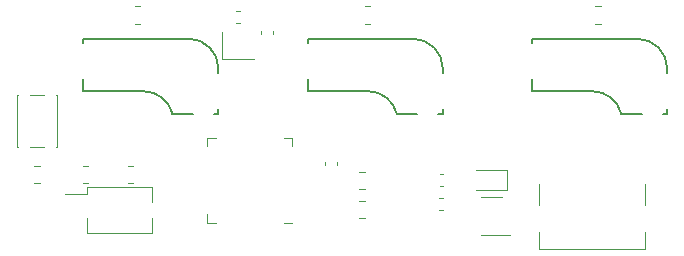
<source format=gbr>
%TF.GenerationSoftware,KiCad,Pcbnew,(5.1.9)-1*%
%TF.CreationDate,2021-04-12T14:13:55+08:00*%
%TF.ProjectId,HDSP_StatTrak,48445350-5f53-4746-9174-5472616b2e6b,rev?*%
%TF.SameCoordinates,Original*%
%TF.FileFunction,Legend,Top*%
%TF.FilePolarity,Positive*%
%FSLAX46Y46*%
G04 Gerber Fmt 4.6, Leading zero omitted, Abs format (unit mm)*
G04 Created by KiCad (PCBNEW (5.1.9)-1) date 2021-04-12 14:13:55*
%MOMM*%
%LPD*%
G01*
G04 APERTURE LIST*
%ADD10C,0.150000*%
%ADD11C,0.120000*%
G04 APERTURE END LIST*
D10*
%TO.C,SW2*%
X139850000Y-83984000D02*
X139850000Y-84365000D01*
X128420000Y-81444000D02*
X128420000Y-82460000D01*
X128420000Y-82460000D02*
X133500000Y-82460000D01*
X135964162Y-84365000D02*
X137691000Y-84365000D01*
X139469000Y-84365000D02*
X139850000Y-84365000D01*
X139850000Y-80555000D02*
X139850000Y-80936000D01*
X137310000Y-78015000D02*
X128420000Y-78015000D01*
X128420000Y-78015000D02*
X128420000Y-78396000D01*
X135964162Y-84383960D02*
G75*
G03*
X133500000Y-82460000I-2464162J-616040D01*
G01*
X139850000Y-80555000D02*
G75*
G03*
X137310000Y-78015000I-2540000J0D01*
G01*
D11*
%TO.C,R8*%
X94639564Y-90235000D02*
X94185436Y-90235000D01*
X94639564Y-88765000D02*
X94185436Y-88765000D01*
%TO.C,R6*%
X90360436Y-88765000D02*
X90814564Y-88765000D01*
X90360436Y-90235000D02*
X90814564Y-90235000D01*
%TO.C,SW5*%
X90740000Y-94465000D02*
X96260000Y-94465000D01*
X88890000Y-91185000D02*
X90740000Y-91185000D01*
X90740000Y-90535000D02*
X90740000Y-91185000D01*
X90740000Y-90535000D02*
X96260000Y-90535000D01*
X96260000Y-90535000D02*
X96260000Y-91804000D01*
X90740000Y-93195000D02*
X90740000Y-94465000D01*
X96260000Y-93195000D02*
X96260000Y-94465000D01*
D10*
%TO.C,SW3*%
X120850000Y-83984000D02*
X120850000Y-84365000D01*
X109420000Y-81444000D02*
X109420000Y-82460000D01*
X109420000Y-82460000D02*
X114500000Y-82460000D01*
X116964162Y-84365000D02*
X118691000Y-84365000D01*
X120469000Y-84365000D02*
X120850000Y-84365000D01*
X120850000Y-80555000D02*
X120850000Y-80936000D01*
X118310000Y-78015000D02*
X109420000Y-78015000D01*
X109420000Y-78015000D02*
X109420000Y-78396000D01*
X116964162Y-84383960D02*
G75*
G03*
X114500000Y-82460000I-2464162J-616040D01*
G01*
X120850000Y-80555000D02*
G75*
G03*
X118310000Y-78015000I-2540000J0D01*
G01*
%TO.C,SW1*%
X90420000Y-78015000D02*
X90420000Y-78396000D01*
X99310000Y-78015000D02*
X90420000Y-78015000D01*
X101850000Y-80555000D02*
X101850000Y-80936000D01*
X101469000Y-84365000D02*
X101850000Y-84365000D01*
X97964162Y-84365000D02*
X99691000Y-84365000D01*
X90420000Y-82460000D02*
X95500000Y-82460000D01*
X90420000Y-81444000D02*
X90420000Y-82460000D01*
X101850000Y-83984000D02*
X101850000Y-84365000D01*
X101850000Y-80555000D02*
G75*
G03*
X99310000Y-78015000I-2540000J0D01*
G01*
X97964162Y-84383960D02*
G75*
G03*
X95500000Y-82460000I-2464162J-616040D01*
G01*
D11*
%TO.C,R4*%
X114272936Y-76735000D02*
X114727064Y-76735000D01*
X114272936Y-75265000D02*
X114727064Y-75265000D01*
%TO.C,R3*%
X133772936Y-76735000D02*
X134227064Y-76735000D01*
X133772936Y-75265000D02*
X134227064Y-75265000D01*
%TO.C,R1*%
X94772936Y-76735000D02*
X95227064Y-76735000D01*
X94772936Y-75265000D02*
X95227064Y-75265000D01*
%TO.C,SW4*%
X84920000Y-82800000D02*
X84800000Y-82800000D01*
X87070000Y-82800000D02*
X85930000Y-82800000D01*
X88200000Y-82800000D02*
X88080000Y-82800000D01*
X88200000Y-87200000D02*
X88200000Y-82800000D01*
X88080000Y-87200000D02*
X88200000Y-87200000D01*
X85930000Y-87200000D02*
X87070000Y-87200000D01*
X84800000Y-87200000D02*
X84920000Y-87200000D01*
X84800000Y-82800000D02*
X84800000Y-87200000D01*
%TO.C,U1*%
X124100000Y-94610000D02*
X126550000Y-94610000D01*
X125900000Y-91390000D02*
X124100000Y-91390000D01*
%TO.C,R7*%
X113772936Y-90735000D02*
X114227064Y-90735000D01*
X113772936Y-89265000D02*
X114227064Y-89265000D01*
%TO.C,R5*%
X113772936Y-93235000D02*
X114227064Y-93235000D01*
X113772936Y-91765000D02*
X114227064Y-91765000D01*
%TO.C,R2*%
X86727064Y-88765000D02*
X86272936Y-88765000D01*
X86727064Y-90235000D02*
X86272936Y-90235000D01*
%TO.C,MCU1*%
X107385000Y-93610000D02*
X108110000Y-93610000D01*
X100890000Y-86390000D02*
X100890000Y-87115000D01*
X101615000Y-86390000D02*
X100890000Y-86390000D01*
X108110000Y-86390000D02*
X108110000Y-87115000D01*
X107385000Y-86390000D02*
X108110000Y-86390000D01*
X100890000Y-93610000D02*
X100890000Y-92885000D01*
X101615000Y-93610000D02*
X100890000Y-93610000D01*
%TO.C,J1*%
X129030000Y-90330000D02*
X129030000Y-92130000D01*
X129030000Y-95840000D02*
X129030000Y-94380000D01*
X137970000Y-95840000D02*
X137970000Y-94380000D01*
X137970000Y-90330000D02*
X137970000Y-92130000D01*
X137970000Y-95840000D02*
X129030000Y-95840000D01*
%TO.C,D2*%
X126250000Y-90850000D02*
X123700000Y-90850000D01*
X126250000Y-89150000D02*
X123700000Y-89150000D01*
X126250000Y-90850000D02*
X126250000Y-89150000D01*
%TO.C,C19*%
X120865580Y-90510000D02*
X120584420Y-90510000D01*
X120865580Y-89490000D02*
X120584420Y-89490000D01*
%TO.C,C13*%
X120840580Y-92510000D02*
X120559420Y-92510000D01*
X120840580Y-91490000D02*
X120559420Y-91490000D01*
%TO.C,C4*%
X106510000Y-77640580D02*
X106510000Y-77359420D01*
X105490000Y-77640580D02*
X105490000Y-77359420D01*
%TO.C,C2*%
X103359420Y-76710000D02*
X103640580Y-76710000D01*
X103359420Y-75690000D02*
X103640580Y-75690000D01*
%TO.C,C1*%
X110890000Y-88459420D02*
X110890000Y-88740580D01*
X111910000Y-88459420D02*
X111910000Y-88740580D01*
%TO.C,16MHz1*%
X102150000Y-79750000D02*
X104850000Y-79750000D01*
X102150000Y-77450000D02*
X102150000Y-79750000D01*
%TD*%
M02*

</source>
